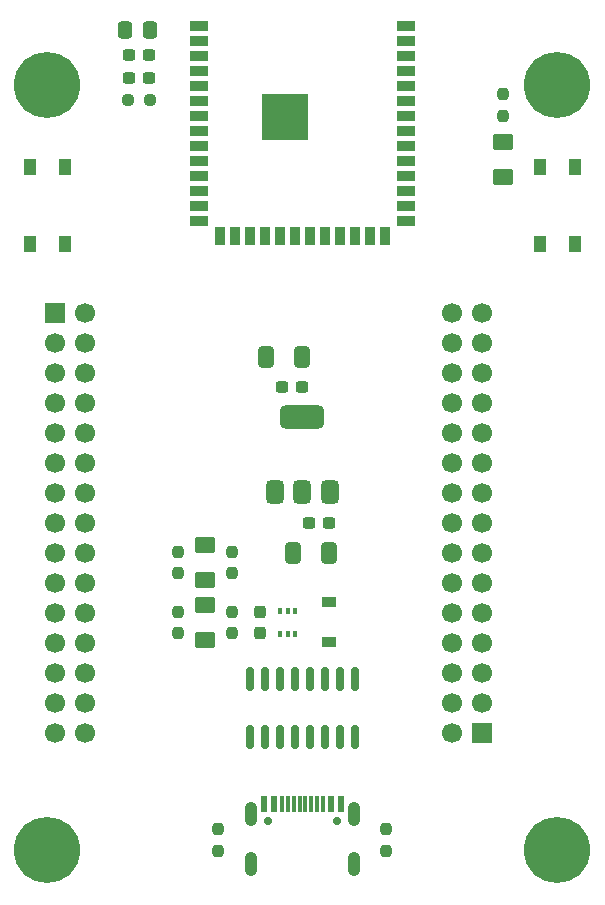
<source format=gbr>
%TF.GenerationSoftware,KiCad,Pcbnew,9.0.6*%
%TF.CreationDate,2026-01-25T13:47:59+09:00*%
%TF.ProjectId,esp32-s3-with-ken-interface,65737033-322d-4733-932d-776974682d6b,rev?*%
%TF.SameCoordinates,Original*%
%TF.FileFunction,Soldermask,Top*%
%TF.FilePolarity,Negative*%
%FSLAX46Y46*%
G04 Gerber Fmt 4.6, Leading zero omitted, Abs format (unit mm)*
G04 Created by KiCad (PCBNEW 9.0.6) date 2026-01-25 13:47:59*
%MOMM*%
%LPD*%
G01*
G04 APERTURE LIST*
G04 Aperture macros list*
%AMRoundRect*
0 Rectangle with rounded corners*
0 $1 Rounding radius*
0 $2 $3 $4 $5 $6 $7 $8 $9 X,Y pos of 4 corners*
0 Add a 4 corners polygon primitive as box body*
4,1,4,$2,$3,$4,$5,$6,$7,$8,$9,$2,$3,0*
0 Add four circle primitives for the rounded corners*
1,1,$1+$1,$2,$3*
1,1,$1+$1,$4,$5*
1,1,$1+$1,$6,$7*
1,1,$1+$1,$8,$9*
0 Add four rect primitives between the rounded corners*
20,1,$1+$1,$2,$3,$4,$5,0*
20,1,$1+$1,$4,$5,$6,$7,0*
20,1,$1+$1,$6,$7,$8,$9,0*
20,1,$1+$1,$8,$9,$2,$3,0*%
G04 Aperture macros list end*
%ADD10C,5.600000*%
%ADD11RoundRect,0.237500X-0.250000X-0.237500X0.250000X-0.237500X0.250000X0.237500X-0.250000X0.237500X0*%
%ADD12RoundRect,0.375000X0.375000X-0.625000X0.375000X0.625000X-0.375000X0.625000X-0.375000X-0.625000X0*%
%ADD13RoundRect,0.500000X1.400000X-0.500000X1.400000X0.500000X-1.400000X0.500000X-1.400000X-0.500000X0*%
%ADD14R,1.150000X0.950000*%
%ADD15RoundRect,0.250001X-0.624999X0.462499X-0.624999X-0.462499X0.624999X-0.462499X0.624999X0.462499X0*%
%ADD16R,1.500000X0.900000*%
%ADD17R,0.900000X1.500000*%
%ADD18C,0.600000*%
%ADD19R,3.900000X3.900000*%
%ADD20RoundRect,0.237500X-0.237500X0.250000X-0.237500X-0.250000X0.237500X-0.250000X0.237500X0.250000X0*%
%ADD21RoundRect,0.237500X0.237500X-0.300000X0.237500X0.300000X-0.237500X0.300000X-0.237500X-0.300000X0*%
%ADD22R,1.100000X1.400000*%
%ADD23RoundRect,0.250001X0.624999X-0.462499X0.624999X0.462499X-0.624999X0.462499X-0.624999X-0.462499X0*%
%ADD24RoundRect,0.237500X0.300000X0.237500X-0.300000X0.237500X-0.300000X-0.237500X0.300000X-0.237500X0*%
%ADD25R,0.420000X0.600000*%
%ADD26RoundRect,0.237500X0.237500X-0.250000X0.237500X0.250000X-0.237500X0.250000X-0.237500X-0.250000X0*%
%ADD27C,0.700000*%
%ADD28R,0.600000X1.450000*%
%ADD29R,0.300000X1.450000*%
%ADD30O,1.050000X2.100000*%
%ADD31RoundRect,0.250000X0.412500X0.650000X-0.412500X0.650000X-0.412500X-0.650000X0.412500X-0.650000X0*%
%ADD32RoundRect,0.150000X0.150000X-0.825000X0.150000X0.825000X-0.150000X0.825000X-0.150000X-0.825000X0*%
%ADD33R,1.700000X1.700000*%
%ADD34C,1.700000*%
%ADD35RoundRect,0.250000X0.337500X0.475000X-0.337500X0.475000X-0.337500X-0.475000X0.337500X-0.475000X0*%
G04 APERTURE END LIST*
D10*
%TO.C,H1*%
X105410000Y-116840000D03*
%TD*%
%TO.C,H2*%
X62230000Y-116840000D03*
%TD*%
%TO.C,H4*%
X105410000Y-52070000D03*
%TD*%
D11*
%TO.C,R7*%
X69064500Y-53340000D03*
X70889500Y-53340000D03*
%TD*%
D12*
%TO.C,U2*%
X81520000Y-86462000D03*
X83820000Y-86462000D03*
D13*
X83820000Y-80162000D03*
D12*
X86120000Y-86462000D03*
%TD*%
D14*
%TO.C,D4*%
X86106000Y-95846000D03*
X86106000Y-99226000D03*
%TD*%
D15*
%TO.C,D2*%
X75565000Y-90968500D03*
X75565000Y-93943500D03*
%TD*%
D16*
%TO.C,U4*%
X75070000Y-47064000D03*
X75070000Y-48334000D03*
X75070000Y-49604000D03*
X75070000Y-50874000D03*
X75070000Y-52144000D03*
X75070000Y-53414000D03*
X75070000Y-54684000D03*
X75070000Y-55954000D03*
X75070000Y-57224000D03*
X75070000Y-58494000D03*
X75070000Y-59764000D03*
X75070000Y-61034000D03*
X75070000Y-62304000D03*
X75070000Y-63574000D03*
D17*
X76835000Y-64824000D03*
X78105000Y-64824000D03*
X79375000Y-64824000D03*
X80645000Y-64824000D03*
X81915000Y-64824000D03*
X83185000Y-64824000D03*
X84455000Y-64824000D03*
X85725000Y-64824000D03*
X86995000Y-64824000D03*
X88265000Y-64824000D03*
X89535000Y-64824000D03*
X90805000Y-64824000D03*
D16*
X92570000Y-63574000D03*
X92570000Y-62304000D03*
X92570000Y-61034000D03*
X92570000Y-59764000D03*
X92570000Y-58494000D03*
X92570000Y-57224000D03*
X92570000Y-55954000D03*
X92570000Y-54684000D03*
X92570000Y-53414000D03*
X92570000Y-52144000D03*
X92570000Y-50874000D03*
X92570000Y-49604000D03*
X92570000Y-48334000D03*
X92570000Y-47064000D03*
D18*
X80920000Y-54084000D03*
X80920000Y-55484000D03*
X81620000Y-53384000D03*
X81620000Y-54784000D03*
X81620000Y-56184000D03*
X82320000Y-54084000D03*
D19*
X82320000Y-54784000D03*
D18*
X82320000Y-55484000D03*
X83020000Y-53384000D03*
X83020000Y-54784000D03*
X83020000Y-56184000D03*
X83720000Y-54084000D03*
X83720000Y-55484000D03*
%TD*%
D20*
%TO.C,R6*%
X77851000Y-91543500D03*
X77851000Y-93368500D03*
%TD*%
D21*
%TO.C,C1*%
X80264000Y-98398500D03*
X80264000Y-96673500D03*
%TD*%
D22*
%TO.C,SW1*%
X63730000Y-58980000D03*
X63730000Y-65480000D03*
X60730000Y-58980000D03*
X60730000Y-65480000D03*
%TD*%
D23*
%TO.C,D3*%
X100838000Y-59871000D03*
X100838000Y-56896000D03*
%TD*%
D22*
%TO.C,SW2*%
X106910000Y-58980000D03*
X106910000Y-65480000D03*
X103910000Y-58980000D03*
X103910000Y-65480000D03*
%TD*%
D20*
%TO.C,R4*%
X73279000Y-91543500D03*
X73279000Y-93368500D03*
%TD*%
%TO.C,R8*%
X100838000Y-52808500D03*
X100838000Y-54633500D03*
%TD*%
D24*
%TO.C,C4*%
X83820000Y-77597000D03*
X82095000Y-77597000D03*
%TD*%
%TO.C,C8*%
X70839500Y-49530000D03*
X69114500Y-49530000D03*
%TD*%
D25*
%TO.C,Q1*%
X81915000Y-98486000D03*
X82565000Y-98486000D03*
X83215000Y-98486000D03*
X83215000Y-96586000D03*
X82565000Y-96586000D03*
X81915000Y-96586000D03*
%TD*%
D26*
%TO.C,R2*%
X76708000Y-116863500D03*
X76708000Y-115038500D03*
%TD*%
%TO.C,R3*%
X73279000Y-98448500D03*
X73279000Y-96623500D03*
%TD*%
D10*
%TO.C,H3*%
X62230000Y-52070000D03*
%TD*%
D24*
%TO.C,C6*%
X70839500Y-51435000D03*
X69114500Y-51435000D03*
%TD*%
D27*
%TO.C,J1*%
X80930000Y-114333000D03*
X86710000Y-114333000D03*
D28*
X80570000Y-112888000D03*
X81370000Y-112888000D03*
D29*
X82570000Y-112888000D03*
X83570000Y-112888000D03*
X84070000Y-112888000D03*
X85070000Y-112888000D03*
D28*
X87070000Y-112888000D03*
X86270000Y-112888000D03*
D29*
X85570000Y-112888000D03*
X84570000Y-112888000D03*
X83070000Y-112888000D03*
X82070000Y-112888000D03*
D30*
X79500000Y-113803000D03*
X88140000Y-113803000D03*
X79500000Y-117983000D03*
X88140000Y-117983000D03*
%TD*%
D31*
%TO.C,C2*%
X86106000Y-91694000D03*
X82981000Y-91694000D03*
%TD*%
D24*
%TO.C,C3*%
X86106000Y-89154000D03*
X84381000Y-89154000D03*
%TD*%
D31*
%TO.C,C5*%
X83820000Y-75057000D03*
X80695000Y-75057000D03*
%TD*%
D26*
%TO.C,R5*%
X77851000Y-98448500D03*
X77851000Y-96623500D03*
%TD*%
D32*
%TO.C,U1*%
X79375000Y-107250000D03*
X80645000Y-107250000D03*
X81915000Y-107250000D03*
X83185000Y-107250000D03*
X84455000Y-107250000D03*
X85725000Y-107250000D03*
X86995000Y-107250000D03*
X88265000Y-107250000D03*
X88265000Y-102300000D03*
X86995000Y-102300000D03*
X85725000Y-102300000D03*
X84455000Y-102300000D03*
X83185000Y-102300000D03*
X81915000Y-102300000D03*
X80645000Y-102300000D03*
X79375000Y-102300000D03*
%TD*%
D33*
%TO.C,U3*%
X62865000Y-71374000D03*
D34*
X65405000Y-71374000D03*
X62865000Y-73914000D03*
X65405000Y-73914000D03*
X62865000Y-76454000D03*
X65405000Y-76454000D03*
X62865000Y-78994000D03*
X65405000Y-78994000D03*
X62865000Y-81534000D03*
X65405000Y-81534000D03*
X62865000Y-84074000D03*
X65405000Y-84074000D03*
X62865000Y-86614000D03*
X65405000Y-86614000D03*
X62865000Y-89154000D03*
X65405000Y-89154000D03*
X62865000Y-91694000D03*
X65405000Y-91694000D03*
X62865000Y-94234000D03*
X65405000Y-94234000D03*
X62865000Y-96774000D03*
X65405000Y-96774000D03*
X62865000Y-99314000D03*
X65405000Y-99314000D03*
X62865000Y-101854000D03*
X65405000Y-101854000D03*
X62865000Y-104394000D03*
X65405000Y-104394000D03*
X62865000Y-106934000D03*
X65405000Y-106934000D03*
%TD*%
D23*
%TO.C,D1*%
X75565000Y-99023500D03*
X75565000Y-96048500D03*
%TD*%
D26*
%TO.C,R1*%
X90932000Y-116863500D03*
X90932000Y-115038500D03*
%TD*%
D33*
%TO.C,U5*%
X99060000Y-106934000D03*
D34*
X96520000Y-106934000D03*
X99060000Y-104394000D03*
X96520000Y-104394000D03*
X99060000Y-101854000D03*
X96520000Y-101854000D03*
X99060000Y-99314000D03*
X96520000Y-99314000D03*
X99060000Y-96774000D03*
X96520000Y-96774000D03*
X99060000Y-94234000D03*
X96520000Y-94234000D03*
X99060000Y-91694000D03*
X96520000Y-91694000D03*
X99060000Y-89154000D03*
X96520000Y-89154000D03*
X99060000Y-86614000D03*
X96520000Y-86614000D03*
X99060000Y-84074000D03*
X96520000Y-84074000D03*
X99060000Y-81534000D03*
X96520000Y-81534000D03*
X99060000Y-78994000D03*
X96520000Y-78994000D03*
X99060000Y-76454000D03*
X96520000Y-76454000D03*
X99060000Y-73914000D03*
X96520000Y-73914000D03*
X99060000Y-71374000D03*
X96520000Y-71374000D03*
%TD*%
D35*
%TO.C,C7*%
X70887500Y-47371000D03*
X68812500Y-47371000D03*
%TD*%
M02*

</source>
